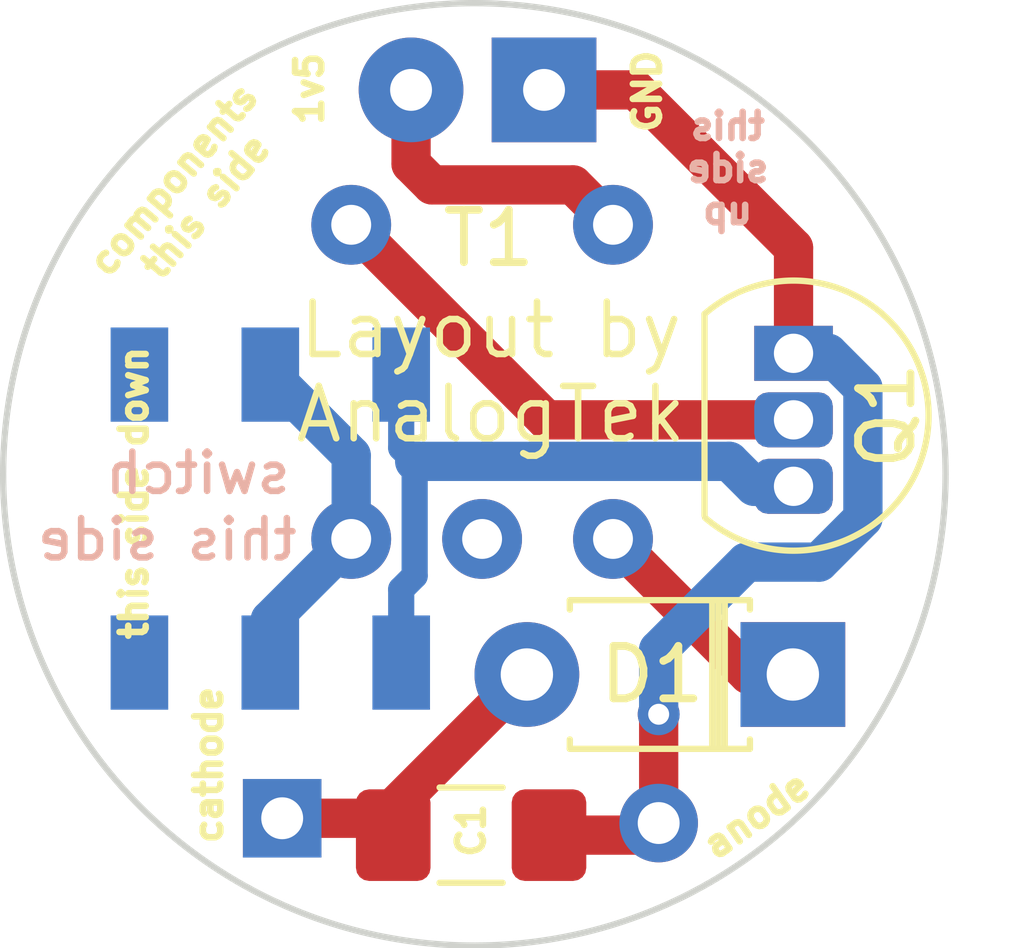
<source format=kicad_pcb>
(kicad_pcb (version 20171130) (host pcbnew "(5.1.5)-2")

  (general
    (thickness 1.6)
    (drawings 6)
    (tracks 38)
    (zones 0)
    (modules 9)
    (nets 8)
  )

  (page A4)
  (layers
    (0 F.Cu signal)
    (31 B.Cu signal)
    (32 B.Adhes user hide)
    (33 F.Adhes user hide)
    (34 B.Paste user)
    (35 F.Paste user)
    (36 B.SilkS user)
    (37 F.SilkS user)
    (38 B.Mask user)
    (39 F.Mask user)
    (40 Dwgs.User user hide)
    (41 Cmts.User user hide)
    (42 Eco1.User user hide)
    (43 Eco2.User user hide)
    (44 Edge.Cuts user)
    (45 Margin user hide)
    (46 B.CrtYd user hide)
    (47 F.CrtYd user hide)
    (48 B.Fab user hide)
    (49 F.Fab user hide)
  )

  (setup
    (last_trace_width 0.75)
    (user_trace_width 0.5)
    (user_trace_width 0.75)
    (trace_clearance 0.2)
    (zone_clearance 0.508)
    (zone_45_only no)
    (trace_min 0.2)
    (via_size 0.8)
    (via_drill 0.4)
    (via_min_size 0.4)
    (via_min_drill 0.3)
    (uvia_size 0.3)
    (uvia_drill 0.1)
    (uvias_allowed no)
    (uvia_min_size 0.2)
    (uvia_min_drill 0.1)
    (edge_width 0.05)
    (segment_width 0.2)
    (pcb_text_width 0.3)
    (pcb_text_size 1.5 1.5)
    (mod_edge_width 0.12)
    (mod_text_size 1 1)
    (mod_text_width 0.15)
    (pad_size 1.5 1.5)
    (pad_drill 1.5)
    (pad_to_mask_clearance 0.051)
    (solder_mask_min_width 0.25)
    (aux_axis_origin 0 0)
    (visible_elements 7FFFFFFF)
    (pcbplotparams
      (layerselection 0x010fc_ffffffff)
      (usegerberextensions false)
      (usegerberattributes false)
      (usegerberadvancedattributes false)
      (creategerberjobfile false)
      (excludeedgelayer true)
      (linewidth 0.100000)
      (plotframeref false)
      (viasonmask false)
      (mode 1)
      (useauxorigin false)
      (hpglpennumber 1)
      (hpglpenspeed 20)
      (hpglpendiameter 15.000000)
      (psnegative false)
      (psa4output false)
      (plotreference true)
      (plotvalue true)
      (plotinvisibletext false)
      (padsonsilk false)
      (subtractmaskfromsilk false)
      (outputformat 1)
      (mirror false)
      (drillshape 0)
      (scaleselection 1)
      (outputdirectory "./"))
  )

  (net 0 "")
  (net 1 GND)
  (net 2 "Net-(Q1-Pad3)")
  (net 3 "Net-(Q1-Pad2)")
  (net 4 +1V5)
  (net 5 VCC)
  (net 6 "Net-(D1-Pad1)")
  (net 7 "Net-(SW1-Pad2)")

  (net_class Default "This is the default net class."
    (clearance 0.2)
    (trace_width 0.25)
    (via_dia 0.8)
    (via_drill 0.4)
    (uvia_dia 0.3)
    (uvia_drill 0.1)
    (add_net +1V5)
    (add_net GND)
    (add_net "Net-(D1-Pad1)")
    (add_net "Net-(Q1-Pad2)")
    (add_net "Net-(Q1-Pad3)")
    (add_net "Net-(SW1-Pad2)")
    (add_net VCC)
  )

  (module HVPS:MSS22D18D (layer B.Cu) (tedit 5FB07A98) (tstamp 5FB0D2B2)
    (at 140.4874 104.902 180)
    (path /5FB0560C)
    (fp_text reference switch (at 0.7366 -4.318 180) (layer B.SilkS)
      (effects (font (size 0.75 0.75) (thickness 0.125)) (justify mirror))
    )
    (fp_text value MSS22D18D (at 0 0.5 180) (layer B.Fab)
      (effects (font (size 1 1) (thickness 0.15)) (justify mirror))
    )
    (fp_line (start -5.4438 -3.4036) (end 3.8062 -3.4036) (layer B.CrtYd) (width 0.12))
    (fp_line (start -5.4438 -7.0536) (end 3.8062 -7.0536) (layer B.CrtYd) (width 0.12))
    (fp_line (start 3.8062 -3.4036) (end 3.8062 -7.0536) (layer B.CrtYd) (width 0.12))
    (fp_line (start -5.4438 -3.4036) (end -5.4438 -7.0536) (layer B.CrtYd) (width 0.12))
    (pad 2 smd rect (at -0.6496 -7.9384 180) (size 1.1 1.8) (layers B.Cu B.Paste B.Mask)
      (net 7 "Net-(SW1-Pad2)"))
    (pad 1 smd rect (at -3.1496 -7.9384 180) (size 1.1 1.8) (layers B.Cu B.Paste B.Mask)
      (net 2 "Net-(Q1-Pad3)"))
    (pad 3 smd rect (at 1.8504 -7.9384 180) (size 1.1 1.8) (layers B.Cu B.Paste B.Mask))
    (pad 3 smd rect (at 1.8504 -2.4384 180) (size 1.1 1.8) (layers B.Cu B.Paste B.Mask))
    (pad 2 smd rect (at -0.6496 -2.4384 180) (size 1.1 1.8) (layers B.Cu B.Paste B.Mask)
      (net 7 "Net-(SW1-Pad2)"))
    (pad 1 smd rect (at -3.1496 -2.4384 180) (size 1.1 1.8) (layers B.Cu B.Paste B.Mask)
      (net 2 "Net-(Q1-Pad3)"))
  )

  (module Capacitor_SMD:C_1206_3216Metric_Pad1.42x1.75mm_HandSolder (layer F.Cu) (tedit 5B301BBE) (tstamp 5FB083BA)
    (at 144.9721 116.13642)
    (descr "Capacitor SMD 1206 (3216 Metric), square (rectangular) end terminal, IPC_7351 nominal with elongated pad for handsoldering. (Body size source: http://www.tortai-tech.com/upload/download/2011102023233369053.pdf), generated with kicad-footprint-generator")
    (tags "capacitor handsolder")
    (path /5FB03B21)
    (attr smd)
    (fp_text reference C1 (at 0 -0.09144 90) (layer F.SilkS)
      (effects (font (size 0.5 0.5) (thickness 0.125)))
    )
    (fp_text value "2.2uF 250v" (at 0 1.82) (layer F.Fab)
      (effects (font (size 1 1) (thickness 0.15)))
    )
    (fp_text user %R (at 0 0) (layer F.Fab)
      (effects (font (size 0.8 0.8) (thickness 0.12)))
    )
    (fp_line (start 2.45 1.12) (end -2.45 1.12) (layer F.CrtYd) (width 0.05))
    (fp_line (start 2.45 -1.12) (end 2.45 1.12) (layer F.CrtYd) (width 0.05))
    (fp_line (start -2.45 -1.12) (end 2.45 -1.12) (layer F.CrtYd) (width 0.05))
    (fp_line (start -2.45 1.12) (end -2.45 -1.12) (layer F.CrtYd) (width 0.05))
    (fp_line (start -0.602064 0.91) (end 0.602064 0.91) (layer F.SilkS) (width 0.12))
    (fp_line (start -0.602064 -0.91) (end 0.602064 -0.91) (layer F.SilkS) (width 0.12))
    (fp_line (start 1.6 0.8) (end -1.6 0.8) (layer F.Fab) (width 0.1))
    (fp_line (start 1.6 -0.8) (end 1.6 0.8) (layer F.Fab) (width 0.1))
    (fp_line (start -1.6 -0.8) (end 1.6 -0.8) (layer F.Fab) (width 0.1))
    (fp_line (start -1.6 0.8) (end -1.6 -0.8) (layer F.Fab) (width 0.1))
    (pad 2 smd roundrect (at 1.4875 0) (size 1.425 1.75) (layers F.Cu F.Paste F.Mask) (roundrect_rratio 0.175439)
      (net 1 GND))
    (pad 1 smd roundrect (at -1.4875 0) (size 1.425 1.75) (layers F.Cu F.Paste F.Mask) (roundrect_rratio 0.175439)
      (net 5 VCC))
    (model ${KISYS3DMOD}/Capacitor_SMD.3dshapes/C_1206_3216Metric.wrl
      (at (xyz 0 0 0))
      (scale (xyz 1 1 1))
      (rotate (xyz 0 0 0))
    )
  )

  (module Diode_THT:D_T-1_P5.08mm_Horizontal (layer F.Cu) (tedit 5AE50CD5) (tstamp 5FAF9494)
    (at 151.1173 113.0681 180)
    (descr "Diode, T-1 series, Axial, Horizontal, pin pitch=5.08mm, , length*diameter=3.2*2.6mm^2, , http://www.diodes.com/_files/packages/T-1.pdf")
    (tags "Diode T-1 series Axial Horizontal pin pitch 5.08mm  length 3.2mm diameter 2.6mm")
    (path /5FB04860)
    (fp_text reference D1 (at 2.68796 0) (layer F.SilkS)
      (effects (font (size 1 1) (thickness 0.15)))
    )
    (fp_text value F16V27 (at 2.54 2.42) (layer F.Fab)
      (effects (font (size 1 1) (thickness 0.15)))
    )
    (fp_text user K (at 0 -2) (layer F.Fab)
      (effects (font (size 1 1) (thickness 0.15)))
    )
    (fp_text user %R (at 2.78 0) (layer F.Fab)
      (effects (font (size 0.64 0.64) (thickness 0.096)))
    )
    (fp_line (start 6.33 -1.55) (end -1.25 -1.55) (layer F.CrtYd) (width 0.05))
    (fp_line (start 6.33 1.55) (end 6.33 -1.55) (layer F.CrtYd) (width 0.05))
    (fp_line (start -1.25 1.55) (end 6.33 1.55) (layer F.CrtYd) (width 0.05))
    (fp_line (start -1.25 -1.55) (end -1.25 1.55) (layer F.CrtYd) (width 0.05))
    (fp_line (start 1.3 -1.42) (end 1.3 1.42) (layer F.SilkS) (width 0.12))
    (fp_line (start 1.54 -1.42) (end 1.54 1.42) (layer F.SilkS) (width 0.12))
    (fp_line (start 1.42 -1.42) (end 1.42 1.42) (layer F.SilkS) (width 0.12))
    (fp_line (start 4.26 1.42) (end 4.26 1.24) (layer F.SilkS) (width 0.12))
    (fp_line (start 0.82 1.42) (end 4.26 1.42) (layer F.SilkS) (width 0.12))
    (fp_line (start 0.82 1.24) (end 0.82 1.42) (layer F.SilkS) (width 0.12))
    (fp_line (start 4.26 -1.42) (end 4.26 -1.24) (layer F.SilkS) (width 0.12))
    (fp_line (start 0.82 -1.42) (end 4.26 -1.42) (layer F.SilkS) (width 0.12))
    (fp_line (start 0.82 -1.24) (end 0.82 -1.42) (layer F.SilkS) (width 0.12))
    (fp_line (start 1.32 -1.3) (end 1.32 1.3) (layer F.Fab) (width 0.1))
    (fp_line (start 1.52 -1.3) (end 1.52 1.3) (layer F.Fab) (width 0.1))
    (fp_line (start 1.42 -1.3) (end 1.42 1.3) (layer F.Fab) (width 0.1))
    (fp_line (start 5.08 0) (end 4.14 0) (layer F.Fab) (width 0.1))
    (fp_line (start 0 0) (end 0.94 0) (layer F.Fab) (width 0.1))
    (fp_line (start 4.14 -1.3) (end 0.94 -1.3) (layer F.Fab) (width 0.1))
    (fp_line (start 4.14 1.3) (end 4.14 -1.3) (layer F.Fab) (width 0.1))
    (fp_line (start 0.94 1.3) (end 4.14 1.3) (layer F.Fab) (width 0.1))
    (fp_line (start 0.94 -1.3) (end 0.94 1.3) (layer F.Fab) (width 0.1))
    (pad 2 thru_hole oval (at 5.08 0 180) (size 2 2) (drill 1) (layers *.Cu *.Mask)
      (net 5 VCC))
    (pad 1 thru_hole rect (at 0 0 180) (size 2 2) (drill 1) (layers *.Cu *.Mask)
      (net 6 "Net-(D1-Pad1)"))
    (model ${KISYS3DMOD}/Diode_THT.3dshapes/D_T-1_P5.08mm_Horizontal.wrl
      (at (xyz 0 0 0))
      (scale (xyz 1 1 1))
      (rotate (xyz 0 0 0))
    )
  )

  (module Connector_Wire:SolderWirePad_1x01_Drill0.8mm (layer F.Cu) (tedit 5FB06055) (tstamp 5FB08582)
    (at 148.55444 115.90528)
    (descr "Wire solder connection")
    (tags connector)
    (path /5FAFBC67)
    (attr virtual)
    (fp_text reference anode (at 1.8669 -0.14986 215) (layer F.SilkS)
      (effects (font (size 0.5 0.5) (thickness 0.125)))
    )
    (fp_text value "HV out" (at 0 2.54) (layer F.Fab)
      (effects (font (size 1 1) (thickness 0.15)))
    )
    (fp_line (start 1.5 1.5) (end -1.5 1.5) (layer F.CrtYd) (width 0.05))
    (fp_line (start 1.5 1.5) (end 1.5 -1.5) (layer F.CrtYd) (width 0.05))
    (fp_line (start -1.5 -1.5) (end -1.5 1.5) (layer F.CrtYd) (width 0.05))
    (fp_line (start -1.5 -1.5) (end 1.5 -1.5) (layer F.CrtYd) (width 0.05))
    (fp_text user %R (at 0 0) (layer F.Fab)
      (effects (font (size 1 1) (thickness 0.15)))
    )
    (pad 1 thru_hole circle (at 0 0) (size 1.5 1.5) (drill 0.8001) (layers *.Cu *.Mask)
      (net 1 GND))
  )

  (module Connector_Wire:SolderWirePad_1x01_Drill0.8mm (layer F.Cu) (tedit 5FB02375) (tstamp 5FB085B0)
    (at 141.3637 115.81384)
    (descr "Wire solder connection")
    (tags connector)
    (path /5FAFB55C)
    (attr virtual)
    (fp_text reference cathode (at -1.40716 -1.01854 90) (layer F.SilkS)
      (effects (font (size 0.5 0.5) (thickness 0.125)))
    )
    (fp_text value "GND out" (at 0 2.54) (layer F.Fab)
      (effects (font (size 1 1) (thickness 0.15)))
    )
    (fp_line (start 1.5 1.5) (end -1.5 1.5) (layer F.CrtYd) (width 0.05))
    (fp_line (start 1.5 1.5) (end 1.5 -1.5) (layer F.CrtYd) (width 0.05))
    (fp_line (start -1.5 -1.5) (end -1.5 1.5) (layer F.CrtYd) (width 0.05))
    (fp_line (start -1.5 -1.5) (end 1.5 -1.5) (layer F.CrtYd) (width 0.05))
    (fp_text user %R (at 0 0) (layer F.Fab)
      (effects (font (size 1 1) (thickness 0.15)))
    )
    (pad 1 thru_hole rect (at 0 0) (size 1.5 1.5) (drill 0.8001) (layers *.Cu *.Mask)
      (net 5 VCC))
  )

  (module Connector_Wire:SolderWirePad_1x01_Drill0.8mm (layer F.Cu) (tedit 5FAF3929) (tstamp 5FAF8668)
    (at 146.36496 101.90226)
    (descr "Wire solder connection")
    (tags connector)
    (path /5FAFAE8E)
    (attr virtual)
    (fp_text reference GND (at 1.97104 0.02794 270) (layer F.SilkS)
      (effects (font (size 0.5 0.5) (thickness 0.125)))
    )
    (fp_text value "GND in" (at 0 2.54) (layer F.Fab)
      (effects (font (size 1 1) (thickness 0.15)))
    )
    (fp_line (start 1.5 1.5) (end -1.5 1.5) (layer F.CrtYd) (width 0.05))
    (fp_line (start 1.5 1.5) (end 1.5 -1.5) (layer F.CrtYd) (width 0.05))
    (fp_line (start -1.5 -1.5) (end -1.5 1.5) (layer F.CrtYd) (width 0.05))
    (fp_line (start -1.5 -1.5) (end 1.5 -1.5) (layer F.CrtYd) (width 0.05))
    (fp_text user %R (at 0 0) (layer F.Fab)
      (effects (font (size 1 1) (thickness 0.15)))
    )
    (pad 1 thru_hole rect (at 0 0) (size 1.99898 1.99898) (drill 0.8001) (layers *.Cu *.Mask)
      (net 1 GND))
  )

  (module Connector_Wire:SolderWirePad_1x01_Drill0.8mm (layer F.Cu) (tedit 5A2676A0) (tstamp 5FAF865E)
    (at 143.82496 101.90226)
    (descr "Wire solder connection")
    (tags connector)
    (path /5FAFA7BB)
    (attr virtual)
    (fp_text reference 1v5 (at -1.94056 -0.02286 270) (layer F.SilkS)
      (effects (font (size 0.5 0.5) (thickness 0.125)))
    )
    (fp_text value 1v5 (at 0 2.54) (layer F.Fab)
      (effects (font (size 1 1) (thickness 0.15)))
    )
    (fp_line (start 1.5 1.5) (end -1.5 1.5) (layer F.CrtYd) (width 0.05))
    (fp_line (start 1.5 1.5) (end 1.5 -1.5) (layer F.CrtYd) (width 0.05))
    (fp_line (start -1.5 -1.5) (end -1.5 1.5) (layer F.CrtYd) (width 0.05))
    (fp_line (start -1.5 -1.5) (end 1.5 -1.5) (layer F.CrtYd) (width 0.05))
    (fp_text user %R (at 0 0) (layer F.Fab)
      (effects (font (size 1 1) (thickness 0.15)))
    )
    (pad 1 thru_hole circle (at 0 0) (size 1.99898 1.99898) (drill 0.8001) (layers *.Cu *.Mask)
      (net 4 +1V5))
  )

  (module "USB Micro numitronWatch:XFT-5383" (layer F.Cu) (tedit 5FAF23EA) (tstamp 5FAF8142)
    (at 145.51152 100.44556)
    (path /5FAF1E13)
    (fp_text reference T1 (at -0.20066 4.29134) (layer F.SilkS)
      (effects (font (size 1 1) (thickness 0.15)))
    )
    (fp_text value "Flash XFMR" (at 0.03048 1.91644) (layer F.Fab)
      (effects (font (size 1 1) (thickness 0.15)))
    )
    (pad 2 thru_hole circle (at -2.82956 4.03352 180) (size 1.524 1.524) (drill 0.762) (layers *.Cu *.Mask)
      (net 3 "Net-(Q1-Pad2)"))
    (pad 1 thru_hole circle (at 2.17044 4.03352 180) (size 1.524 1.524) (drill 0.762) (layers *.Cu *.Mask)
      (net 4 +1V5))
    (pad 3 thru_hole circle (at -2.82956 10.03352 180) (size 1.524 1.524) (drill 0.762) (layers *.Cu *.Mask)
      (net 7 "Net-(SW1-Pad2)"))
    (pad 5 thru_hole circle (at -0.32956 10.03352 180) (size 1.524 1.524) (drill 0.762) (layers *.Cu *.Mask))
    (pad 4 thru_hole circle (at 2.17044 10.03352 180) (size 1.524 1.524) (drill 0.762) (layers *.Cu *.Mask)
      (net 6 "Net-(D1-Pad1)"))
  )

  (module Package_TO_SOT_THT:TO-92L_Inline (layer F.Cu) (tedit 5A279A44) (tstamp 5FAF8139)
    (at 151.13 106.934 270)
    (descr "TO-92L leads in-line (large body variant of TO-92), also known as TO-226, wide, drill 0.75mm (see https://www.diodes.com/assets/Package-Files/TO92L.pdf and http://www.ti.com/lit/an/snoa059/snoa059.pdf)")
    (tags "TO-92L Inline Wide transistor")
    (path /5FAF390C)
    (fp_text reference Q1 (at 1.19 -1.778 90) (layer F.SilkS)
      (effects (font (size 1 1) (thickness 0.15)))
    )
    (fp_text value 2SD2470 (at 1.19 2.79 90) (layer F.Fab)
      (effects (font (size 1 1) (thickness 0.15)))
    )
    (fp_arc (start 1.19 0) (end 1.19 -2.48) (angle -130.2499344) (layer F.Fab) (width 0.1))
    (fp_arc (start 1.19 0) (end 1.19 -2.48) (angle 129.9527847) (layer F.Fab) (width 0.1))
    (fp_arc (start 1.19 0) (end -0.75 1.7) (angle 262.164354) (layer F.SilkS) (width 0.12))
    (fp_line (start 3.95 1.85) (end -1.55 1.85) (layer F.CrtYd) (width 0.05))
    (fp_line (start 3.95 1.85) (end 3.95 -2.75) (layer F.CrtYd) (width 0.05))
    (fp_line (start -1.55 -2.75) (end -1.55 1.85) (layer F.CrtYd) (width 0.05))
    (fp_line (start -1.55 -2.75) (end 3.95 -2.75) (layer F.CrtYd) (width 0.05))
    (fp_line (start -0.7 1.6) (end 3.05 1.6) (layer F.Fab) (width 0.1))
    (fp_line (start -0.75 1.7) (end 3.1 1.7) (layer F.SilkS) (width 0.12))
    (fp_text user %R (at 1.19 -3.56 90) (layer F.Fab)
      (effects (font (size 1 1) (thickness 0.15)))
    )
    (pad 1 thru_hole rect (at 0 0 270) (size 1.05 1.5) (drill 0.75) (layers *.Cu *.Mask)
      (net 1 GND))
    (pad 3 thru_hole roundrect (at 2.54 0 270) (size 1.05 1.5) (drill 0.75) (layers *.Cu *.Mask) (roundrect_rratio 0.25)
      (net 2 "Net-(Q1-Pad3)"))
    (pad 2 thru_hole roundrect (at 1.27 0 270) (size 1.05 1.5) (drill 0.75) (layers *.Cu *.Mask) (roundrect_rratio 0.25)
      (net 3 "Net-(Q1-Pad2)"))
    (model ${KISYS3DMOD}/Package_TO_SOT_THT.3dshapes/TO-92L_Inline.wrl
      (at (xyz 0 0 0))
      (scale (xyz 1 1 1))
      (rotate (xyz 0 0 0))
    )
  )

  (gr_text "this side" (at 139.1666 110.49) (layer B.SilkS)
    (effects (font (size 0.75 0.75) (thickness 0.125)) (justify mirror))
  )
  (gr_text "this\nside\nup" (at 149.8727 103.40086) (layer B.SilkS)
    (effects (font (size 0.5 0.5) (thickness 0.125)) (justify mirror))
  )
  (gr_text "components\nthis side" (at 139.59586 103.86822 50) (layer F.SilkS)
    (effects (font (size 0.5 0.5) (thickness 0.125)))
  )
  (gr_text "this side down" (at 138.5316 109.601 90) (layer F.SilkS)
    (effects (font (size 0.5 0.5) (thickness 0.125)))
  )
  (gr_circle (center 145.034 109.2454) (end 154.034 109.2454) (layer Edge.Cuts) (width 0.12))
  (gr_text "Layout by\nAnalogTek" (at 145.34896 107.29468) (layer F.SilkS)
    (effects (font (size 1 1) (thickness 0.125)))
  )

  (segment (start 148.11445 101.90226) (end 146.36496 101.90226) (width 0.75) (layer F.Cu) (net 1))
  (segment (start 151.13 104.91781) (end 148.11445 101.90226) (width 0.75) (layer F.Cu) (net 1))
  (segment (start 151.13 106.934) (end 151.13 104.91781) (width 0.75) (layer F.Cu) (net 1))
  (segment (start 148.3233 116.13642) (end 148.55444 115.90528) (width 0.75) (layer F.Cu) (net 1))
  (segment (start 146.4596 116.13642) (end 148.3233 116.13642) (width 0.75) (layer F.Cu) (net 1))
  (segment (start 148.55444 115.90528) (end 148.55444 113.82756) (width 0.75) (layer F.Cu) (net 1))
  (via (at 148.55444 113.82756) (size 0.8) (drill 0.4) (layers F.Cu B.Cu) (net 1))
  (segment (start 148.55444 112.595958) (end 150.228598 110.9218) (width 0.75) (layer B.Cu) (net 1))
  (segment (start 148.55444 113.82756) (end 148.55444 112.595958) (width 0.75) (layer B.Cu) (net 1))
  (segment (start 151.79442 106.934) (end 151.13 106.934) (width 0.75) (layer B.Cu) (net 1))
  (segment (start 152.45501 107.59459) (end 151.79442 106.934) (width 0.75) (layer B.Cu) (net 1))
  (segment (start 151.61662 110.9218) (end 152.45501 110.08341) (width 0.75) (layer B.Cu) (net 1))
  (segment (start 152.45501 110.08341) (end 152.45501 107.59459) (width 0.75) (layer B.Cu) (net 1))
  (segment (start 150.228598 110.9218) (end 151.61662 110.9218) (width 0.75) (layer B.Cu) (net 1))
  (segment (start 143.893961 111.183439) (end 143.893961 108.997361) (width 0.5) (layer B.Cu) (net 2))
  (segment (start 143.637 111.4404) (end 143.893961 111.183439) (width 0.5) (layer B.Cu) (net 2))
  (segment (start 143.637 108.7404) (end 143.637 107.3404) (width 0.5) (layer B.Cu) (net 2))
  (segment (start 143.893961 108.997361) (end 143.637 108.7404) (width 0.5) (layer B.Cu) (net 2))
  (segment (start 143.637 112.8404) (end 143.637 111.4404) (width 0.5) (layer B.Cu) (net 2))
  (segment (start 150.38 109.474) (end 151.13 109.474) (width 0.75) (layer B.Cu) (net 2))
  (segment (start 149.903361 108.997361) (end 150.38 109.474) (width 0.75) (layer B.Cu) (net 2))
  (segment (start 143.893961 108.997361) (end 149.903361 108.997361) (width 0.75) (layer B.Cu) (net 2))
  (segment (start 146.40688 108.204) (end 151.13 108.204) (width 0.75) (layer F.Cu) (net 3))
  (segment (start 142.68196 104.47908) (end 146.40688 108.204) (width 0.75) (layer F.Cu) (net 3))
  (segment (start 143.82496 103.315752) (end 143.82496 101.90226) (width 0.75) (layer F.Cu) (net 4))
  (segment (start 144.226289 103.717081) (end 143.82496 103.315752) (width 0.75) (layer F.Cu) (net 4))
  (segment (start 147.68196 104.47908) (end 146.919961 103.717081) (width 0.75) (layer F.Cu) (net 4))
  (segment (start 146.919961 103.717081) (end 144.226289 103.717081) (width 0.75) (layer F.Cu) (net 4))
  (segment (start 143.16202 115.81384) (end 143.4846 116.13642) (width 0.75) (layer F.Cu) (net 5))
  (segment (start 141.3637 115.81384) (end 143.16202 115.81384) (width 0.75) (layer F.Cu) (net 5))
  (segment (start 143.4846 115.6208) (end 146.0373 113.0681) (width 0.75) (layer F.Cu) (net 5))
  (segment (start 143.4846 116.13642) (end 143.4846 115.6208) (width 0.75) (layer F.Cu) (net 5))
  (segment (start 150.27098 113.0681) (end 147.68196 110.47908) (width 0.75) (layer F.Cu) (net 6))
  (segment (start 151.1173 113.0681) (end 150.27098 113.0681) (width 0.75) (layer F.Cu) (net 6))
  (segment (start 141.137 112.02404) (end 142.68196 110.47908) (width 0.75) (layer B.Cu) (net 7))
  (segment (start 141.137 112.8404) (end 141.137 112.02404) (width 0.75) (layer B.Cu) (net 7))
  (segment (start 142.68196 108.88536) (end 141.137 107.3404) (width 0.75) (layer B.Cu) (net 7))
  (segment (start 142.68196 110.47908) (end 142.68196 108.88536) (width 0.75) (layer B.Cu) (net 7))

)

</source>
